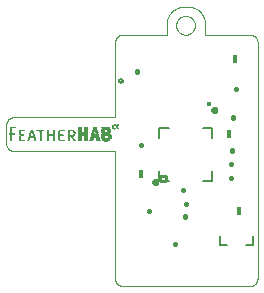
<source format=gto>
G75*
%MOIN*%
%OFA0B0*%
%FSLAX25Y25*%
%IPPOS*%
%LPD*%
%AMOC8*
5,1,8,0,0,1.08239X$1,22.5*
%
%ADD10C,0.00000*%
%ADD11C,0.01600*%
%ADD12C,0.00900*%
%ADD13C,0.00500*%
%ADD14R,0.01600X0.02800*%
%ADD15C,0.00800*%
%ADD16R,0.01772X0.01772*%
%ADD17R,0.01460X0.00182*%
%ADD18R,0.00550X0.00183*%
%ADD19R,0.02190X0.00183*%
%ADD20R,0.00730X0.00183*%
%ADD21R,0.00540X0.00183*%
%ADD22R,0.00730X0.00183*%
%ADD23R,0.01090X0.00183*%
%ADD24R,0.01100X0.00183*%
%ADD25R,0.01280X0.00183*%
%ADD26R,0.02550X0.00183*%
%ADD27R,0.00550X0.00182*%
%ADD28R,0.02190X0.00182*%
%ADD29R,0.00730X0.00182*%
%ADD30R,0.00540X0.00182*%
%ADD31R,0.00730X0.00182*%
%ADD32R,0.01090X0.00182*%
%ADD33R,0.01100X0.00182*%
%ADD34R,0.02730X0.00182*%
%ADD35R,0.00550X0.00183*%
%ADD36R,0.00540X0.00183*%
%ADD37R,0.00730X0.00183*%
%ADD38R,0.01090X0.00183*%
%ADD39R,0.01280X0.00183*%
%ADD40R,0.01100X0.00183*%
%ADD41R,0.02920X0.00183*%
%ADD42R,0.03100X0.00182*%
%ADD43R,0.01280X0.00183*%
%ADD44R,0.03110X0.00182*%
%ADD45R,0.02380X0.00183*%
%ADD46R,0.00730X0.00183*%
%ADD47R,0.03110X0.00183*%
%ADD48R,0.01650X0.00182*%
%ADD49R,0.02920X0.00182*%
%ADD50R,0.02000X0.00183*%
%ADD51R,0.01830X0.00183*%
%ADD52R,0.02920X0.00183*%
%ADD53R,0.00550X0.00182*%
%ADD54R,0.01640X0.00182*%
%ADD55R,0.00540X0.00182*%
%ADD56R,0.02550X0.00182*%
%ADD57R,0.02010X0.00182*%
%ADD58R,0.01090X0.00182*%
%ADD59R,0.02730X0.00182*%
%ADD60R,0.01280X0.00182*%
%ADD61R,0.01640X0.00183*%
%ADD62R,0.01820X0.00183*%
%ADD63R,0.03280X0.00183*%
%ADD64R,0.00910X0.00183*%
%ADD65R,0.03100X0.00183*%
%ADD66R,0.01640X0.00182*%
%ADD67R,0.02550X0.00182*%
%ADD68R,0.03280X0.00182*%
%ADD69R,0.00910X0.00182*%
%ADD70R,0.01820X0.00183*%
%ADD71R,0.03280X0.00183*%
%ADD72R,0.00910X0.00183*%
%ADD73R,0.01820X0.00182*%
%ADD74R,0.01090X0.00183*%
%ADD75R,0.00540X0.00182*%
%ADD76R,0.02010X0.00182*%
%ADD77R,0.00920X0.00182*%
%ADD78R,0.00920X0.00183*%
%ADD79R,0.01830X0.00183*%
%ADD80R,0.00920X0.00182*%
%ADD81R,0.02560X0.00182*%
%ADD82R,0.01830X0.00182*%
%ADD83R,0.02010X0.00183*%
%ADD84R,0.02560X0.00183*%
%ADD85R,0.01830X0.00183*%
%ADD86R,0.01650X0.00183*%
%ADD87R,0.01460X0.00183*%
%ADD88R,0.00190X0.00183*%
%ADD89R,0.01460X0.00182*%
%ADD90R,0.02190X0.00183*%
%ADD91R,0.01270X0.00183*%
%ADD92R,0.02730X0.00183*%
%ADD93R,0.00360X0.00183*%
%ADD94R,0.01090X0.00182*%
%ADD95R,0.02370X0.00182*%
%ADD96R,0.00370X0.00183*%
%ADD97R,0.00370X0.00182*%
%ADD98R,0.01270X0.00182*%
%ADD99R,0.00360X0.00182*%
%ADD100R,0.00360X0.00183*%
D10*
X0060095Y0064000D02*
X0060095Y0106500D01*
X0026345Y0106500D01*
X0026247Y0106502D01*
X0026149Y0106508D01*
X0026051Y0106517D01*
X0025954Y0106531D01*
X0025857Y0106548D01*
X0025761Y0106569D01*
X0025666Y0106594D01*
X0025572Y0106622D01*
X0025480Y0106655D01*
X0025388Y0106690D01*
X0025298Y0106730D01*
X0025210Y0106772D01*
X0025123Y0106819D01*
X0025039Y0106868D01*
X0024956Y0106921D01*
X0024876Y0106977D01*
X0024797Y0107037D01*
X0024721Y0107099D01*
X0024648Y0107164D01*
X0024577Y0107232D01*
X0024509Y0107303D01*
X0024444Y0107376D01*
X0024382Y0107452D01*
X0024322Y0107531D01*
X0024266Y0107611D01*
X0024213Y0107694D01*
X0024164Y0107778D01*
X0024117Y0107865D01*
X0024075Y0107953D01*
X0024035Y0108043D01*
X0024000Y0108135D01*
X0023967Y0108227D01*
X0023939Y0108321D01*
X0023914Y0108416D01*
X0023893Y0108512D01*
X0023876Y0108609D01*
X0023862Y0108706D01*
X0023853Y0108804D01*
X0023847Y0108902D01*
X0023845Y0109000D01*
X0023845Y0115250D01*
X0023847Y0115348D01*
X0023853Y0115446D01*
X0023862Y0115544D01*
X0023876Y0115641D01*
X0023893Y0115738D01*
X0023914Y0115834D01*
X0023939Y0115929D01*
X0023967Y0116023D01*
X0024000Y0116115D01*
X0024035Y0116207D01*
X0024075Y0116297D01*
X0024117Y0116385D01*
X0024164Y0116472D01*
X0024213Y0116556D01*
X0024266Y0116639D01*
X0024322Y0116719D01*
X0024382Y0116798D01*
X0024444Y0116874D01*
X0024509Y0116947D01*
X0024577Y0117018D01*
X0024648Y0117086D01*
X0024721Y0117151D01*
X0024797Y0117213D01*
X0024876Y0117273D01*
X0024956Y0117329D01*
X0025039Y0117382D01*
X0025123Y0117431D01*
X0025210Y0117478D01*
X0025298Y0117520D01*
X0025388Y0117560D01*
X0025480Y0117595D01*
X0025572Y0117628D01*
X0025666Y0117656D01*
X0025761Y0117681D01*
X0025857Y0117702D01*
X0025954Y0117719D01*
X0026051Y0117733D01*
X0026149Y0117742D01*
X0026247Y0117748D01*
X0026345Y0117750D01*
X0060095Y0117750D01*
X0060095Y0142750D01*
X0060097Y0142848D01*
X0060103Y0142946D01*
X0060112Y0143044D01*
X0060126Y0143141D01*
X0060143Y0143238D01*
X0060164Y0143334D01*
X0060189Y0143429D01*
X0060217Y0143523D01*
X0060250Y0143615D01*
X0060285Y0143707D01*
X0060325Y0143797D01*
X0060367Y0143885D01*
X0060414Y0143972D01*
X0060463Y0144056D01*
X0060516Y0144139D01*
X0060572Y0144219D01*
X0060632Y0144298D01*
X0060694Y0144374D01*
X0060759Y0144447D01*
X0060827Y0144518D01*
X0060898Y0144586D01*
X0060971Y0144651D01*
X0061047Y0144713D01*
X0061126Y0144773D01*
X0061206Y0144829D01*
X0061289Y0144882D01*
X0061373Y0144931D01*
X0061460Y0144978D01*
X0061548Y0145020D01*
X0061638Y0145060D01*
X0061730Y0145095D01*
X0061822Y0145128D01*
X0061916Y0145156D01*
X0062011Y0145181D01*
X0062107Y0145202D01*
X0062204Y0145219D01*
X0062301Y0145233D01*
X0062399Y0145242D01*
X0062497Y0145248D01*
X0062595Y0145250D01*
X0077283Y0145250D01*
X0077283Y0148183D01*
X0077282Y0148182D02*
X0077272Y0148334D01*
X0077266Y0148485D01*
X0077264Y0148637D01*
X0077266Y0148789D01*
X0077271Y0148941D01*
X0077280Y0149092D01*
X0077293Y0149243D01*
X0077310Y0149394D01*
X0077331Y0149545D01*
X0077356Y0149695D01*
X0077384Y0149844D01*
X0077416Y0149992D01*
X0077452Y0150140D01*
X0077491Y0150286D01*
X0077535Y0150432D01*
X0077582Y0150576D01*
X0077632Y0150719D01*
X0077686Y0150861D01*
X0077744Y0151001D01*
X0077805Y0151140D01*
X0077870Y0151277D01*
X0077939Y0151413D01*
X0078010Y0151547D01*
X0078085Y0151679D01*
X0078164Y0151809D01*
X0078245Y0151937D01*
X0078330Y0152063D01*
X0078418Y0152186D01*
X0078509Y0152308D01*
X0078603Y0152427D01*
X0078701Y0152544D01*
X0078801Y0152658D01*
X0078904Y0152769D01*
X0079009Y0152878D01*
X0079118Y0152984D01*
X0079229Y0153088D01*
X0079343Y0153188D01*
X0079459Y0153286D01*
X0079577Y0153381D01*
X0079698Y0153473D01*
X0079822Y0153561D01*
X0079947Y0153647D01*
X0080075Y0153729D01*
X0080204Y0153808D01*
X0080336Y0153883D01*
X0080469Y0153956D01*
X0080605Y0154025D01*
X0080742Y0154090D01*
X0080880Y0154152D01*
X0081020Y0154210D01*
X0081162Y0154265D01*
X0081305Y0154316D01*
X0081449Y0154364D01*
X0081594Y0154408D01*
X0081741Y0154448D01*
X0081888Y0154485D01*
X0082036Y0154518D01*
X0082185Y0154547D01*
X0082335Y0154572D01*
X0082485Y0154593D01*
X0082636Y0154611D01*
X0082787Y0154625D01*
X0084151Y0154625D01*
X0084302Y0154627D01*
X0084454Y0154625D01*
X0084605Y0154619D01*
X0084757Y0154610D01*
X0084908Y0154596D01*
X0085058Y0154578D01*
X0085208Y0154556D01*
X0085358Y0154531D01*
X0085506Y0154501D01*
X0085654Y0154468D01*
X0085801Y0154431D01*
X0085947Y0154390D01*
X0086092Y0154345D01*
X0086235Y0154296D01*
X0086378Y0154244D01*
X0086518Y0154188D01*
X0086658Y0154128D01*
X0086795Y0154065D01*
X0086931Y0153998D01*
X0087066Y0153928D01*
X0087198Y0153854D01*
X0087328Y0153776D01*
X0087457Y0153695D01*
X0087583Y0153611D01*
X0087706Y0153524D01*
X0087828Y0153433D01*
X0087947Y0153340D01*
X0088064Y0153243D01*
X0088178Y0153143D01*
X0088289Y0153040D01*
X0088398Y0152934D01*
X0088504Y0152826D01*
X0088607Y0152715D01*
X0088707Y0152601D01*
X0088804Y0152484D01*
X0088898Y0152365D01*
X0088988Y0152244D01*
X0089076Y0152120D01*
X0089160Y0151994D01*
X0089241Y0151866D01*
X0089319Y0151736D01*
X0089393Y0151604D01*
X0089464Y0151470D01*
X0089531Y0151334D01*
X0089595Y0151196D01*
X0089654Y0151057D01*
X0089711Y0150916D01*
X0089763Y0150774D01*
X0089812Y0150631D01*
X0089857Y0150486D01*
X0089898Y0150340D01*
X0089936Y0150193D01*
X0089970Y0150045D01*
X0089999Y0149897D01*
X0090025Y0149747D01*
X0090047Y0149597D01*
X0090065Y0149447D01*
X0090079Y0149296D01*
X0090089Y0149145D01*
X0090095Y0148993D01*
X0090095Y0145250D01*
X0105095Y0145250D01*
X0105193Y0145248D01*
X0105291Y0145242D01*
X0105389Y0145233D01*
X0105486Y0145219D01*
X0105583Y0145202D01*
X0105679Y0145181D01*
X0105774Y0145156D01*
X0105868Y0145128D01*
X0105960Y0145095D01*
X0106052Y0145060D01*
X0106142Y0145020D01*
X0106230Y0144978D01*
X0106317Y0144931D01*
X0106401Y0144882D01*
X0106484Y0144829D01*
X0106564Y0144773D01*
X0106643Y0144713D01*
X0106719Y0144651D01*
X0106792Y0144586D01*
X0106863Y0144518D01*
X0106931Y0144447D01*
X0106996Y0144374D01*
X0107058Y0144298D01*
X0107118Y0144219D01*
X0107174Y0144139D01*
X0107227Y0144056D01*
X0107276Y0143972D01*
X0107323Y0143885D01*
X0107365Y0143797D01*
X0107405Y0143707D01*
X0107440Y0143615D01*
X0107473Y0143523D01*
X0107501Y0143429D01*
X0107526Y0143334D01*
X0107547Y0143238D01*
X0107564Y0143141D01*
X0107578Y0143044D01*
X0107587Y0142946D01*
X0107593Y0142848D01*
X0107595Y0142750D01*
X0107595Y0063989D01*
X0107596Y0063990D02*
X0107593Y0063891D01*
X0107587Y0063793D01*
X0107576Y0063695D01*
X0107562Y0063598D01*
X0107544Y0063502D01*
X0107522Y0063406D01*
X0107497Y0063311D01*
X0107467Y0063217D01*
X0107435Y0063124D01*
X0107398Y0063033D01*
X0107358Y0062943D01*
X0107315Y0062855D01*
X0107268Y0062769D01*
X0107217Y0062684D01*
X0107164Y0062602D01*
X0107107Y0062522D01*
X0107047Y0062444D01*
X0106984Y0062368D01*
X0106919Y0062295D01*
X0106850Y0062225D01*
X0106779Y0062157D01*
X0106705Y0062092D01*
X0106629Y0062030D01*
X0106550Y0061971D01*
X0106469Y0061915D01*
X0106386Y0061863D01*
X0106301Y0061814D01*
X0106214Y0061768D01*
X0106125Y0061725D01*
X0106035Y0061686D01*
X0105944Y0061651D01*
X0105851Y0061619D01*
X0105756Y0061591D01*
X0105661Y0061567D01*
X0105565Y0061546D01*
X0105468Y0061529D01*
X0105371Y0061516D01*
X0105273Y0061507D01*
X0105175Y0061502D01*
X0105077Y0061500D01*
X0105076Y0061500D02*
X0062595Y0061500D01*
X0062497Y0061502D01*
X0062399Y0061508D01*
X0062301Y0061517D01*
X0062204Y0061531D01*
X0062107Y0061548D01*
X0062011Y0061569D01*
X0061916Y0061594D01*
X0061822Y0061622D01*
X0061730Y0061655D01*
X0061638Y0061690D01*
X0061548Y0061730D01*
X0061460Y0061772D01*
X0061373Y0061819D01*
X0061289Y0061868D01*
X0061206Y0061921D01*
X0061126Y0061977D01*
X0061047Y0062037D01*
X0060971Y0062099D01*
X0060898Y0062164D01*
X0060827Y0062232D01*
X0060759Y0062303D01*
X0060694Y0062376D01*
X0060632Y0062452D01*
X0060572Y0062531D01*
X0060516Y0062611D01*
X0060463Y0062694D01*
X0060414Y0062778D01*
X0060367Y0062865D01*
X0060325Y0062953D01*
X0060285Y0063043D01*
X0060250Y0063135D01*
X0060217Y0063227D01*
X0060189Y0063321D01*
X0060164Y0063416D01*
X0060143Y0063512D01*
X0060126Y0063609D01*
X0060112Y0063706D01*
X0060103Y0063804D01*
X0060097Y0063902D01*
X0060095Y0064000D01*
X0080470Y0148388D02*
X0080472Y0148500D01*
X0080478Y0148611D01*
X0080488Y0148722D01*
X0080502Y0148833D01*
X0080520Y0148943D01*
X0080541Y0149052D01*
X0080567Y0149161D01*
X0080597Y0149268D01*
X0080630Y0149375D01*
X0080667Y0149480D01*
X0080708Y0149584D01*
X0080752Y0149686D01*
X0080801Y0149787D01*
X0080852Y0149886D01*
X0080907Y0149983D01*
X0080966Y0150078D01*
X0081028Y0150170D01*
X0081093Y0150261D01*
X0081162Y0150349D01*
X0081233Y0150434D01*
X0081308Y0150517D01*
X0081385Y0150598D01*
X0081466Y0150675D01*
X0081549Y0150750D01*
X0081634Y0150821D01*
X0081722Y0150890D01*
X0081813Y0150955D01*
X0081905Y0151017D01*
X0082000Y0151076D01*
X0082097Y0151131D01*
X0082196Y0151182D01*
X0082297Y0151231D01*
X0082399Y0151275D01*
X0082503Y0151316D01*
X0082608Y0151353D01*
X0082715Y0151386D01*
X0082822Y0151416D01*
X0082931Y0151442D01*
X0083040Y0151463D01*
X0083150Y0151481D01*
X0083261Y0151495D01*
X0083372Y0151505D01*
X0083483Y0151511D01*
X0083595Y0151513D01*
X0083707Y0151511D01*
X0083818Y0151505D01*
X0083929Y0151495D01*
X0084040Y0151481D01*
X0084150Y0151463D01*
X0084259Y0151442D01*
X0084368Y0151416D01*
X0084475Y0151386D01*
X0084582Y0151353D01*
X0084687Y0151316D01*
X0084791Y0151275D01*
X0084893Y0151231D01*
X0084994Y0151182D01*
X0085093Y0151131D01*
X0085190Y0151076D01*
X0085285Y0151017D01*
X0085377Y0150955D01*
X0085468Y0150890D01*
X0085556Y0150821D01*
X0085641Y0150750D01*
X0085724Y0150675D01*
X0085805Y0150598D01*
X0085882Y0150517D01*
X0085957Y0150434D01*
X0086028Y0150349D01*
X0086097Y0150261D01*
X0086162Y0150170D01*
X0086224Y0150078D01*
X0086283Y0149983D01*
X0086338Y0149886D01*
X0086389Y0149787D01*
X0086438Y0149686D01*
X0086482Y0149584D01*
X0086523Y0149480D01*
X0086560Y0149375D01*
X0086593Y0149268D01*
X0086623Y0149161D01*
X0086649Y0149052D01*
X0086670Y0148943D01*
X0086688Y0148833D01*
X0086702Y0148722D01*
X0086712Y0148611D01*
X0086718Y0148500D01*
X0086720Y0148388D01*
X0086718Y0148276D01*
X0086712Y0148165D01*
X0086702Y0148054D01*
X0086688Y0147943D01*
X0086670Y0147833D01*
X0086649Y0147724D01*
X0086623Y0147615D01*
X0086593Y0147508D01*
X0086560Y0147401D01*
X0086523Y0147296D01*
X0086482Y0147192D01*
X0086438Y0147090D01*
X0086389Y0146989D01*
X0086338Y0146890D01*
X0086283Y0146793D01*
X0086224Y0146698D01*
X0086162Y0146606D01*
X0086097Y0146515D01*
X0086028Y0146427D01*
X0085957Y0146342D01*
X0085882Y0146259D01*
X0085805Y0146178D01*
X0085724Y0146101D01*
X0085641Y0146026D01*
X0085556Y0145955D01*
X0085468Y0145886D01*
X0085377Y0145821D01*
X0085285Y0145759D01*
X0085190Y0145700D01*
X0085093Y0145645D01*
X0084994Y0145594D01*
X0084893Y0145545D01*
X0084791Y0145501D01*
X0084687Y0145460D01*
X0084582Y0145423D01*
X0084475Y0145390D01*
X0084368Y0145360D01*
X0084259Y0145334D01*
X0084150Y0145313D01*
X0084040Y0145295D01*
X0083929Y0145281D01*
X0083818Y0145271D01*
X0083707Y0145265D01*
X0083595Y0145263D01*
X0083483Y0145265D01*
X0083372Y0145271D01*
X0083261Y0145281D01*
X0083150Y0145295D01*
X0083040Y0145313D01*
X0082931Y0145334D01*
X0082822Y0145360D01*
X0082715Y0145390D01*
X0082608Y0145423D01*
X0082503Y0145460D01*
X0082399Y0145501D01*
X0082297Y0145545D01*
X0082196Y0145594D01*
X0082097Y0145645D01*
X0082000Y0145700D01*
X0081905Y0145759D01*
X0081813Y0145821D01*
X0081722Y0145886D01*
X0081634Y0145955D01*
X0081549Y0146026D01*
X0081466Y0146101D01*
X0081385Y0146178D01*
X0081308Y0146259D01*
X0081233Y0146342D01*
X0081162Y0146427D01*
X0081093Y0146515D01*
X0081028Y0146606D01*
X0080966Y0146698D01*
X0080907Y0146793D01*
X0080852Y0146890D01*
X0080801Y0146989D01*
X0080752Y0147090D01*
X0080708Y0147192D01*
X0080667Y0147296D01*
X0080630Y0147401D01*
X0080597Y0147508D01*
X0080567Y0147615D01*
X0080541Y0147724D01*
X0080520Y0147833D01*
X0080502Y0147943D01*
X0080488Y0148054D01*
X0080478Y0148165D01*
X0080472Y0148276D01*
X0080470Y0148388D01*
D11*
X0067283Y0133183D02*
X0067283Y0132942D01*
X0068800Y0108642D02*
X0068800Y0108402D01*
X0073220Y0096187D02*
X0073222Y0096222D01*
X0073228Y0096257D01*
X0073238Y0096290D01*
X0073251Y0096323D01*
X0073268Y0096354D01*
X0073288Y0096382D01*
X0073312Y0096408D01*
X0073338Y0096432D01*
X0073366Y0096452D01*
X0073397Y0096469D01*
X0073430Y0096482D01*
X0073463Y0096492D01*
X0073498Y0096498D01*
X0073533Y0096500D01*
X0073568Y0096498D01*
X0073603Y0096492D01*
X0073636Y0096482D01*
X0073669Y0096469D01*
X0073700Y0096452D01*
X0073728Y0096432D01*
X0073754Y0096408D01*
X0073778Y0096382D01*
X0073798Y0096354D01*
X0073815Y0096323D01*
X0073828Y0096290D01*
X0073838Y0096257D01*
X0073844Y0096222D01*
X0073846Y0096187D01*
X0073844Y0096152D01*
X0073838Y0096117D01*
X0073828Y0096084D01*
X0073815Y0096051D01*
X0073798Y0096020D01*
X0073778Y0095992D01*
X0073754Y0095966D01*
X0073728Y0095942D01*
X0073700Y0095922D01*
X0073669Y0095905D01*
X0073636Y0095892D01*
X0073603Y0095882D01*
X0073568Y0095876D01*
X0073533Y0095874D01*
X0073498Y0095876D01*
X0073463Y0095882D01*
X0073430Y0095892D01*
X0073397Y0095905D01*
X0073366Y0095922D01*
X0073338Y0095942D01*
X0073312Y0095966D01*
X0073288Y0095992D01*
X0073268Y0096020D01*
X0073251Y0096051D01*
X0073238Y0096084D01*
X0073228Y0096117D01*
X0073222Y0096152D01*
X0073220Y0096187D01*
X0071515Y0086475D02*
X0071275Y0086475D01*
X0080145Y0075658D02*
X0080145Y0075417D01*
X0083532Y0084469D02*
X0083532Y0084709D01*
X0083704Y0088741D02*
X0083704Y0088982D01*
X0082898Y0093415D02*
X0082898Y0093655D01*
X0098889Y0097388D02*
X0098889Y0097629D01*
X0098914Y0102012D02*
X0098914Y0102252D01*
X0099089Y0106455D02*
X0099089Y0106695D01*
X0099470Y0117630D02*
X0099470Y0117870D01*
X0092907Y0120250D02*
X0092909Y0120285D01*
X0092915Y0120320D01*
X0092925Y0120353D01*
X0092938Y0120386D01*
X0092955Y0120417D01*
X0092975Y0120445D01*
X0092999Y0120471D01*
X0093025Y0120495D01*
X0093053Y0120515D01*
X0093084Y0120532D01*
X0093117Y0120545D01*
X0093150Y0120555D01*
X0093185Y0120561D01*
X0093220Y0120563D01*
X0093255Y0120561D01*
X0093290Y0120555D01*
X0093323Y0120545D01*
X0093356Y0120532D01*
X0093387Y0120515D01*
X0093415Y0120495D01*
X0093441Y0120471D01*
X0093465Y0120445D01*
X0093485Y0120417D01*
X0093502Y0120386D01*
X0093515Y0120353D01*
X0093525Y0120320D01*
X0093531Y0120285D01*
X0093533Y0120250D01*
X0093531Y0120215D01*
X0093525Y0120180D01*
X0093515Y0120147D01*
X0093502Y0120114D01*
X0093485Y0120083D01*
X0093465Y0120055D01*
X0093441Y0120029D01*
X0093415Y0120005D01*
X0093387Y0119985D01*
X0093356Y0119968D01*
X0093323Y0119955D01*
X0093290Y0119945D01*
X0093255Y0119939D01*
X0093220Y0119937D01*
X0093185Y0119939D01*
X0093150Y0119945D01*
X0093117Y0119955D01*
X0093084Y0119968D01*
X0093053Y0119985D01*
X0093025Y0120005D01*
X0092999Y0120029D01*
X0092975Y0120055D01*
X0092955Y0120083D01*
X0092938Y0120114D01*
X0092925Y0120147D01*
X0092915Y0120180D01*
X0092909Y0120215D01*
X0092907Y0120250D01*
X0100288Y0127125D02*
X0100528Y0127125D01*
D12*
X0076948Y0098224D02*
X0076948Y0096404D01*
X0075128Y0096404D01*
X0075128Y0098224D01*
X0076948Y0098224D01*
D13*
X0078023Y0096579D02*
X0074898Y0096579D01*
X0074898Y0099704D01*
X0074898Y0110954D02*
X0074898Y0114079D01*
X0078023Y0114079D01*
X0089273Y0114079D02*
X0092398Y0114079D01*
X0092398Y0110954D01*
X0092398Y0099704D02*
X0092398Y0096579D01*
X0089273Y0096579D01*
X0061434Y0129955D02*
X0061436Y0130004D01*
X0061442Y0130054D01*
X0061452Y0130102D01*
X0061465Y0130150D01*
X0061483Y0130196D01*
X0061503Y0130241D01*
X0061528Y0130284D01*
X0061556Y0130325D01*
X0061587Y0130363D01*
X0061621Y0130399D01*
X0061657Y0130432D01*
X0061696Y0130463D01*
X0061738Y0130489D01*
X0061781Y0130513D01*
X0061827Y0130533D01*
X0061873Y0130550D01*
X0061921Y0130562D01*
X0061970Y0130571D01*
X0062019Y0130576D01*
X0062068Y0130577D01*
X0062118Y0130574D01*
X0062167Y0130567D01*
X0062215Y0130556D01*
X0062262Y0130542D01*
X0062308Y0130524D01*
X0062353Y0130502D01*
X0062395Y0130476D01*
X0062435Y0130448D01*
X0062473Y0130416D01*
X0062509Y0130382D01*
X0062541Y0130344D01*
X0062571Y0130304D01*
X0062597Y0130262D01*
X0062619Y0130218D01*
X0062639Y0130173D01*
X0062654Y0130126D01*
X0062666Y0130078D01*
X0062674Y0130029D01*
X0062678Y0129980D01*
X0062678Y0129930D01*
X0062674Y0129881D01*
X0062666Y0129832D01*
X0062654Y0129784D01*
X0062639Y0129737D01*
X0062619Y0129692D01*
X0062597Y0129648D01*
X0062571Y0129606D01*
X0062541Y0129566D01*
X0062509Y0129528D01*
X0062473Y0129494D01*
X0062435Y0129462D01*
X0062395Y0129434D01*
X0062353Y0129408D01*
X0062308Y0129386D01*
X0062262Y0129368D01*
X0062215Y0129354D01*
X0062167Y0129343D01*
X0062118Y0129336D01*
X0062068Y0129333D01*
X0062019Y0129334D01*
X0061970Y0129339D01*
X0061921Y0129348D01*
X0061873Y0129360D01*
X0061827Y0129377D01*
X0061781Y0129397D01*
X0061738Y0129421D01*
X0061696Y0129447D01*
X0061657Y0129478D01*
X0061621Y0129511D01*
X0061587Y0129547D01*
X0061556Y0129585D01*
X0061528Y0129626D01*
X0061503Y0129669D01*
X0061483Y0129714D01*
X0061465Y0129760D01*
X0061452Y0129808D01*
X0061442Y0129856D01*
X0061436Y0129906D01*
X0061434Y0129955D01*
D14*
X0068629Y0098927D03*
X0098102Y0112258D03*
X0101345Y0086500D03*
X0100058Y0137263D03*
D15*
X0095196Y0078169D02*
X0095196Y0075019D01*
X0097558Y0075019D01*
X0103857Y0075019D02*
X0106219Y0075019D01*
X0106219Y0078169D01*
D16*
X0091355Y0122103D03*
D17*
X0057125Y0109625D03*
D18*
X0044800Y0109807D03*
X0044800Y0111632D03*
X0041520Y0111267D03*
X0032940Y0111632D03*
X0031120Y0109807D03*
X0028380Y0111267D03*
X0025280Y0111267D03*
X0025280Y0111632D03*
X0025280Y0109807D03*
X0025280Y0113639D03*
D19*
X0029200Y0109807D03*
X0042340Y0109807D03*
D20*
X0046720Y0109807D03*
X0033580Y0109807D03*
D21*
X0035315Y0109807D03*
X0035315Y0111267D03*
X0035315Y0111632D03*
X0037685Y0111267D03*
X0037685Y0109807D03*
X0031665Y0111632D03*
D22*
X0039600Y0111267D03*
X0039600Y0109807D03*
X0046350Y0111632D03*
D23*
X0048360Y0111267D03*
X0048360Y0109807D03*
X0050550Y0109807D03*
X0050550Y0111267D03*
X0050550Y0113639D03*
X0048360Y0113639D03*
X0056210Y0111267D03*
X0058400Y0111267D03*
D24*
X0052195Y0109807D03*
D25*
X0054655Y0109807D03*
D26*
X0056940Y0109807D03*
X0038690Y0111632D03*
D27*
X0041520Y0111085D03*
X0041520Y0110720D03*
X0041520Y0110355D03*
X0041520Y0112180D03*
X0041520Y0112362D03*
X0041520Y0112727D03*
X0044800Y0112727D03*
X0044800Y0112362D03*
X0044800Y0112180D03*
X0044800Y0111815D03*
X0044800Y0110720D03*
X0044800Y0110355D03*
X0044800Y0109990D03*
X0046630Y0112180D03*
X0046630Y0112362D03*
X0033490Y0109990D03*
X0033310Y0110720D03*
X0032940Y0111815D03*
X0032760Y0112180D03*
X0032760Y0112362D03*
X0032030Y0112362D03*
X0031850Y0112180D03*
X0031850Y0111815D03*
X0031480Y0110720D03*
X0031300Y0110355D03*
X0028380Y0110355D03*
X0028380Y0110720D03*
X0028380Y0111085D03*
X0028380Y0112180D03*
X0028380Y0112362D03*
X0028380Y0112727D03*
X0025280Y0112727D03*
X0025280Y0113092D03*
X0025280Y0113457D03*
X0025280Y0111085D03*
X0025280Y0110720D03*
X0025280Y0110355D03*
X0025280Y0109990D03*
X0059400Y0114187D03*
X0059400Y0114552D03*
X0060680Y0114187D03*
D28*
X0042340Y0109990D03*
X0032300Y0111085D03*
X0029200Y0109990D03*
X0026100Y0114187D03*
D29*
X0025370Y0113822D03*
X0025370Y0112362D03*
X0025370Y0111815D03*
X0031210Y0109990D03*
X0045810Y0110720D03*
X0046170Y0110355D03*
D30*
X0037685Y0110355D03*
X0037685Y0110720D03*
X0037685Y0111085D03*
X0037685Y0112180D03*
X0037685Y0112362D03*
X0037685Y0112727D03*
X0037685Y0113092D03*
X0035315Y0112727D03*
X0035315Y0112362D03*
X0035315Y0112180D03*
X0035315Y0111815D03*
X0035315Y0111085D03*
X0035315Y0110720D03*
X0035315Y0110355D03*
X0035315Y0109990D03*
X0037685Y0109990D03*
D31*
X0039600Y0109990D03*
X0039600Y0110355D03*
X0039600Y0110720D03*
X0039600Y0111085D03*
X0039600Y0112180D03*
X0039600Y0112362D03*
X0039600Y0112727D03*
X0039600Y0113092D03*
X0033400Y0110355D03*
X0046540Y0109990D03*
X0046540Y0111815D03*
D32*
X0048360Y0111085D03*
X0048360Y0110720D03*
X0048360Y0110355D03*
X0048360Y0109990D03*
X0050550Y0109990D03*
X0050550Y0110355D03*
X0050550Y0110720D03*
X0050550Y0111085D03*
X0050550Y0112727D03*
X0050550Y0113092D03*
X0050550Y0113457D03*
X0050550Y0113822D03*
X0050550Y0114187D03*
X0048360Y0114187D03*
X0048360Y0113822D03*
X0048360Y0113457D03*
X0048360Y0113092D03*
X0048360Y0112727D03*
X0052740Y0112180D03*
X0054200Y0111815D03*
X0056210Y0111085D03*
X0056210Y0110720D03*
X0056210Y0112727D03*
X0056210Y0113092D03*
X0058400Y0111085D03*
X0058400Y0110720D03*
X0059860Y0113822D03*
D33*
X0058215Y0113092D03*
X0054565Y0110355D03*
X0054565Y0109990D03*
X0052375Y0110355D03*
X0052195Y0109990D03*
X0032305Y0112727D03*
D34*
X0057030Y0112362D03*
X0057030Y0109990D03*
D35*
X0059400Y0114370D03*
X0044800Y0112909D03*
X0044800Y0112545D03*
X0044800Y0111998D03*
X0044800Y0110902D03*
X0044800Y0110537D03*
X0044800Y0110173D03*
X0041520Y0110173D03*
X0041520Y0110537D03*
X0041520Y0110902D03*
X0041520Y0111998D03*
X0041520Y0112545D03*
X0041520Y0112909D03*
X0033490Y0110173D03*
X0033310Y0110537D03*
X0032940Y0111998D03*
X0032760Y0112545D03*
X0032030Y0112545D03*
X0031850Y0111998D03*
X0031300Y0110173D03*
X0028380Y0110173D03*
X0028380Y0110537D03*
X0028380Y0110902D03*
X0028380Y0111998D03*
X0028380Y0112545D03*
X0028380Y0112909D03*
X0025280Y0112909D03*
X0025280Y0112545D03*
X0025280Y0113274D03*
X0025280Y0110902D03*
X0025280Y0110537D03*
X0025280Y0110173D03*
D36*
X0035315Y0110173D03*
X0035315Y0110537D03*
X0035315Y0110902D03*
X0035315Y0111998D03*
X0035315Y0112545D03*
X0037685Y0112545D03*
X0037685Y0112909D03*
X0037685Y0113274D03*
X0037685Y0111998D03*
X0037685Y0110902D03*
X0037685Y0110537D03*
X0037685Y0110173D03*
D37*
X0039600Y0110173D03*
X0039600Y0110537D03*
X0039600Y0110902D03*
X0039600Y0111998D03*
X0039600Y0112545D03*
X0039600Y0112909D03*
X0039600Y0113274D03*
X0045990Y0110537D03*
X0046350Y0110173D03*
X0046540Y0111998D03*
X0046540Y0112545D03*
X0060040Y0115099D03*
X0032300Y0113274D03*
X0031390Y0110537D03*
D38*
X0048360Y0110537D03*
X0048360Y0110173D03*
X0048360Y0110902D03*
X0048360Y0112909D03*
X0048360Y0113274D03*
X0048360Y0114005D03*
X0050550Y0114005D03*
X0050550Y0113274D03*
X0050550Y0112909D03*
X0050550Y0110902D03*
X0050550Y0110537D03*
X0050550Y0110173D03*
X0052740Y0111998D03*
X0056210Y0112545D03*
X0056210Y0112909D03*
X0056210Y0113274D03*
X0056210Y0110902D03*
X0056210Y0110537D03*
X0058400Y0110902D03*
D39*
X0058305Y0110537D03*
X0052285Y0110173D03*
D40*
X0052375Y0110537D03*
X0054565Y0110173D03*
X0058035Y0112545D03*
X0058215Y0112909D03*
D41*
X0057125Y0111998D03*
X0057125Y0110173D03*
D42*
X0057215Y0110355D03*
X0057215Y0111815D03*
X0057215Y0113457D03*
D43*
X0058125Y0113274D03*
X0054475Y0110537D03*
D44*
X0053380Y0110720D03*
D45*
X0032395Y0110902D03*
D46*
X0035220Y0112909D03*
X0045620Y0110902D03*
X0060770Y0114734D03*
D47*
X0053380Y0110902D03*
D48*
X0053380Y0113457D03*
X0045350Y0111085D03*
D49*
X0053475Y0111085D03*
X0057125Y0113822D03*
D50*
X0032395Y0111267D03*
D51*
X0045440Y0111267D03*
D52*
X0053475Y0111267D03*
X0057125Y0113639D03*
D53*
X0025280Y0111450D03*
D54*
X0028925Y0111450D03*
X0042065Y0111450D03*
D55*
X0035315Y0111450D03*
X0033125Y0111450D03*
X0031665Y0111450D03*
D56*
X0038690Y0111450D03*
D57*
X0045530Y0111450D03*
D58*
X0048360Y0111450D03*
X0050550Y0111450D03*
X0056210Y0111450D03*
D59*
X0053380Y0111450D03*
D60*
X0058305Y0111450D03*
D61*
X0028925Y0111632D03*
D62*
X0042155Y0111632D03*
D63*
X0049455Y0111632D03*
D64*
X0052650Y0111632D03*
X0054290Y0111632D03*
D65*
X0057215Y0111632D03*
D66*
X0042065Y0111815D03*
X0028925Y0111815D03*
D67*
X0038690Y0111815D03*
X0056940Y0112180D03*
D68*
X0049455Y0112180D03*
X0049455Y0112362D03*
X0049455Y0111815D03*
D69*
X0052650Y0111815D03*
X0052830Y0112362D03*
X0054110Y0112362D03*
X0054110Y0112180D03*
D70*
X0025915Y0111998D03*
D71*
X0049455Y0111998D03*
X0049455Y0112545D03*
D72*
X0046260Y0112909D03*
X0052830Y0112545D03*
X0054110Y0111998D03*
X0060680Y0114005D03*
D73*
X0025915Y0112180D03*
D74*
X0054020Y0112545D03*
D75*
X0061045Y0113822D03*
X0046445Y0112727D03*
D76*
X0045530Y0113092D03*
X0042250Y0113092D03*
X0053380Y0112727D03*
X0029110Y0113092D03*
D77*
X0058125Y0112727D03*
D78*
X0032395Y0112909D03*
D79*
X0053470Y0112909D03*
D80*
X0032395Y0113092D03*
D81*
X0035225Y0113092D03*
D82*
X0053470Y0113092D03*
D83*
X0042250Y0113274D03*
X0029110Y0113274D03*
D84*
X0035225Y0113274D03*
D85*
X0045440Y0113274D03*
D86*
X0053380Y0113274D03*
D87*
X0053475Y0113639D03*
D88*
X0059950Y0113639D03*
D89*
X0053475Y0113822D03*
D90*
X0026100Y0114005D03*
D91*
X0053380Y0114005D03*
D92*
X0057030Y0114005D03*
D93*
X0059495Y0114005D03*
X0059495Y0114734D03*
D94*
X0053470Y0114187D03*
D95*
X0056850Y0114187D03*
D96*
X0060770Y0114370D03*
D97*
X0060770Y0114552D03*
D98*
X0059950Y0114917D03*
D99*
X0060955Y0114917D03*
D100*
X0060955Y0115099D03*
M02*

</source>
